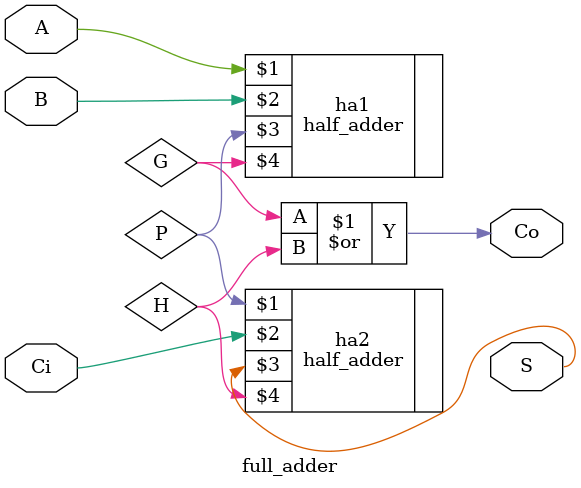
<source format=v>
`timescale 1ns / 100ps
module full_adder(
    input A,
    input B,
    input Ci,
    output S,
    output Co
    );

      wire P,G,H;

      half_adder ha1(A,B,P,G);
      half_adder ha2(P,Ci,S,H);
      or(Co,G,H);

endmodule

</source>
